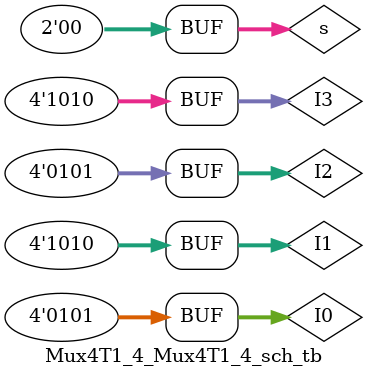
<source format=v>

`timescale 1ns / 1ps

module Mux4T1_4_Mux4T1_4_sch_tb();

// Inputs
   reg [1:0] s;
   reg [3:0] I1;
   reg [3:0] I0;
   reg [3:0] I2;
   reg [3:0] I3;

// Output
   wire [3:0] o;

// Bidirs

// Instantiate the UUT
   Mux4T1_4 UUT (
		.s(s), 
		.I1(I1), 
		.I0(I0), 
		.I2(I2), 
		.I3(I3), 
		.o(o)
   );
// Initialize Inputs
//   `ifdef auto_init
       initial begin
		s = 0;
		I1 = 0;
		I0 = 0;
		I2 = 0;
		I3 = 0;
		#50;
		s = 0;
		#50;
		s = 1;
		#50;
		s = 2;
		#50;
		s = 3;
		#50;
		I0 = 4'h5;
		I1 = 4'hA;
		I2 = 4'h5;
		I3 = 4'hA;
		#50;
		s = 0;
		#50;
		s = 1;
		#50;
		s = 2;
		#50;
		s = 3;
		#50;
		s = 0;
		end
//	`endif
endmodule

</source>
